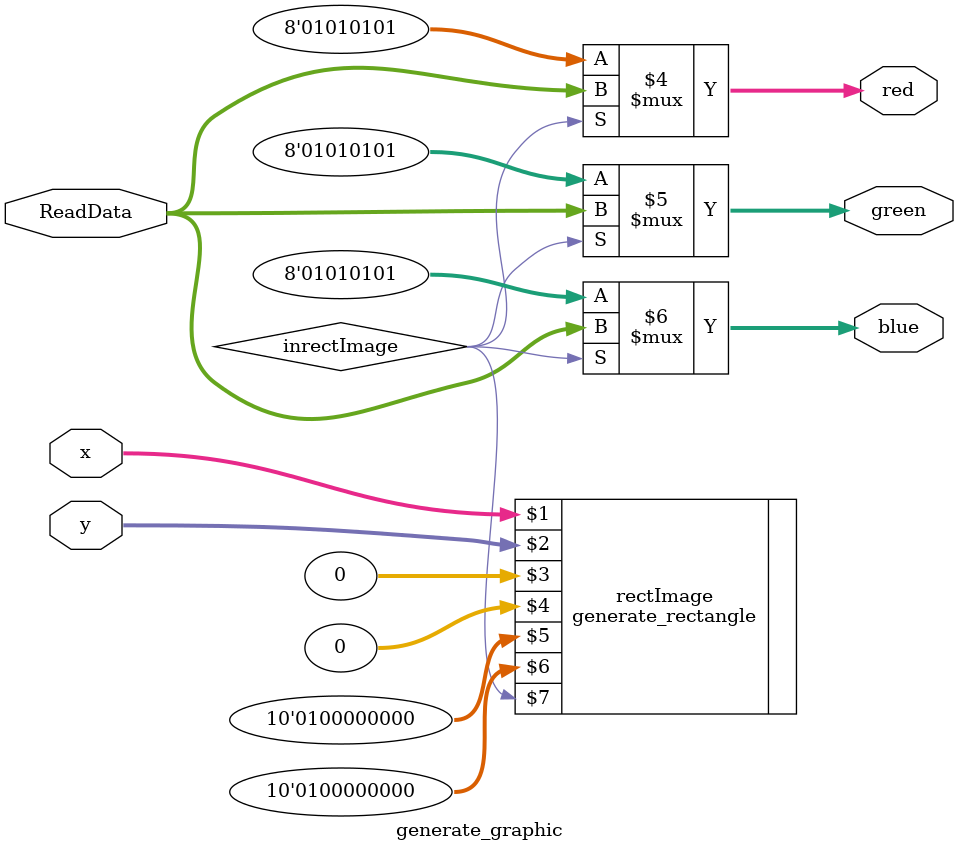
<source format=sv>
module generate_graphic (
  input logic [9:0] x, y,
  input logic [7:0] ReadData,
  output logic [7:0] red, green, blue
);

  logic inrectBGLeft;
  logic inrectBGRight;
  logic inrectImage;
	 
  
  generate_rectangle rectImage(x, y, 0, 0, 10'd256, 10'd256, inrectImage);
  
  always_comb begin
    red   = (inrectImage ? ReadData : 8'b01010101);
    green = (inrectImage ? ReadData : 8'b01010101);
    blue  = (inrectImage ? ReadData : 8'b01010101);
  end

endmodule
</source>
